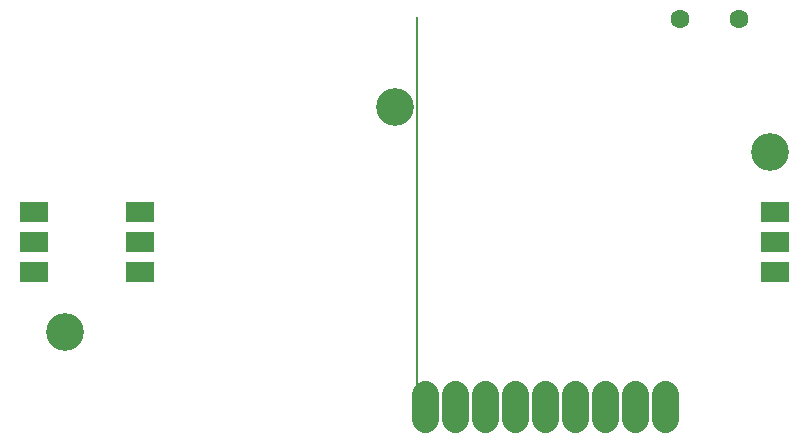
<source format=gbr>
G04 EAGLE Gerber RS-274X export*
G75*
%MOMM*%
%FSLAX34Y34*%
%LPD*%
%INSoldermask Top*%
%IPPOS*%
%AMOC8*
5,1,8,0,0,1.08239X$1,22.5*%
G01*
%ADD10C,3.200400*%
%ADD11C,0.152400*%
%ADD12R,2.438400X1.676400*%
%ADD13C,1.600200*%
%ADD14C,2.247900*%


D10*
X317500Y279400D03*
X38100Y88900D03*
X635000Y241300D03*
D11*
X336550Y355600D02*
X336550Y25400D01*
D12*
X102362Y190500D03*
X102362Y165100D03*
X102362Y139700D03*
X11938Y190500D03*
X11938Y165100D03*
X11938Y139700D03*
X639826Y139700D03*
X639826Y165100D03*
X639826Y190500D03*
D13*
X559308Y353314D03*
X609092Y353314D03*
D14*
X368300Y35878D02*
X368300Y14923D01*
X393700Y14923D02*
X393700Y35878D01*
X419100Y35878D02*
X419100Y14923D01*
X444500Y14923D02*
X444500Y35878D01*
X469900Y35878D02*
X469900Y14923D01*
X495300Y14923D02*
X495300Y35878D01*
X520700Y35878D02*
X520700Y14923D01*
X546100Y14923D02*
X546100Y35878D01*
X342900Y35878D02*
X342900Y14923D01*
M02*

</source>
